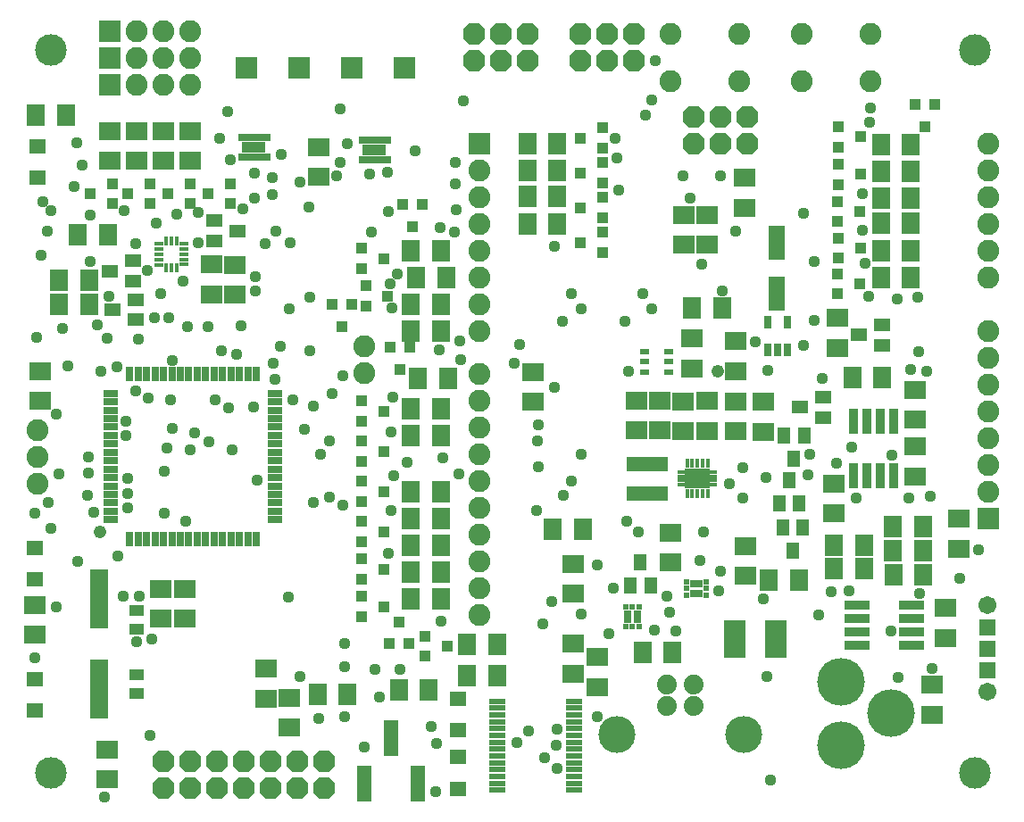
<source format=gts>
G75*
%MOIN*%
%OFA0B0*%
%FSLAX24Y24*%
%IPPOS*%
%LPD*%
%AMOC8*
5,1,8,0,0,1.08239X$1,22.5*
%
%ADD10C,0.1780*%
%ADD11R,0.0671X0.2245*%
%ADD12R,0.0552X0.0395*%
%ADD13R,0.0820X0.0820*%
%ADD14C,0.0820*%
%ADD15R,0.0395X0.0434*%
%ADD16R,0.0434X0.0395*%
%ADD17R,0.0631X0.0474*%
%ADD18C,0.1182*%
%ADD19R,0.0710X0.0790*%
%ADD20R,0.0320X0.0950*%
%ADD21R,0.0631X0.1261*%
%ADD22R,0.0950X0.0320*%
%ADD23OC8,0.0820*%
%ADD24R,0.0790X0.0710*%
%ADD25R,0.0631X0.0552*%
%ADD26R,0.0550X0.0300*%
%ADD27R,0.0300X0.0550*%
%ADD28R,0.0474X0.0631*%
%ADD29R,0.0595X0.0595*%
%ADD30C,0.0671*%
%ADD31R,0.0848X0.0848*%
%ADD32R,0.0630X0.0217*%
%ADD33R,0.0190X0.0277*%
%ADD34R,0.0867X0.0434*%
%ADD35R,0.0356X0.0237*%
%ADD36R,0.0316X0.0493*%
%ADD37R,0.0344X0.0178*%
%ADD38R,0.0178X0.0344*%
%ADD39R,0.0789X0.0710*%
%ADD40C,0.0740*%
%ADD41C,0.1380*%
%ADD42R,0.0550X0.1380*%
%ADD43R,0.1537X0.0552*%
%ADD44R,0.0178X0.0356*%
%ADD45R,0.0356X0.0178*%
%ADD46R,0.0930X0.0749*%
%ADD47R,0.0198X0.0218*%
%ADD48R,0.0316X0.0454*%
%ADD49R,0.0218X0.0198*%
%ADD50R,0.0454X0.0316*%
%ADD51R,0.0828X0.1419*%
%ADD52C,0.0437*%
%ADD53C,0.0476*%
D10*
X031317Y003593D03*
X033167Y004774D03*
X031317Y005955D03*
D11*
X003617Y005668D03*
X003617Y009054D03*
D12*
X005017Y008616D03*
X005017Y007907D03*
X005017Y006216D03*
X005017Y005507D03*
D13*
X017817Y026061D03*
X004017Y028261D03*
X004017Y029261D03*
X004017Y030261D03*
X036817Y012061D03*
D14*
X036817Y013061D03*
X036817Y014061D03*
X036817Y015061D03*
X036817Y016061D03*
X036817Y017061D03*
X036817Y018061D03*
X036817Y019061D03*
X036817Y021061D03*
X036817Y022061D03*
X036817Y023061D03*
X036817Y024061D03*
X036817Y025061D03*
X036817Y026061D03*
X032397Y028371D03*
X032397Y030151D03*
X029837Y030151D03*
X029837Y028371D03*
X027497Y028371D03*
X027497Y030151D03*
X024937Y030151D03*
X024937Y028371D03*
X017817Y025061D03*
X017817Y024061D03*
X017817Y023061D03*
X017817Y022061D03*
X017817Y021061D03*
X017817Y020061D03*
X017817Y019061D03*
X017817Y017461D03*
X017817Y016461D03*
X017817Y015461D03*
X017817Y014461D03*
X017817Y013461D03*
X017817Y012461D03*
X017817Y011461D03*
X017817Y010461D03*
X017817Y009461D03*
X017817Y008461D03*
X013517Y017481D03*
X013517Y018481D03*
X007017Y028261D03*
X007017Y029261D03*
X007017Y030261D03*
X006017Y030261D03*
X005017Y030261D03*
X005017Y029261D03*
X006017Y029261D03*
X006017Y028261D03*
X005017Y028261D03*
X001317Y015361D03*
X001317Y014361D03*
X001317Y013361D03*
D15*
X012303Y020045D03*
X013051Y020045D03*
X012677Y019218D03*
X014463Y018435D03*
X015211Y018435D03*
X014837Y017608D03*
X015317Y022958D03*
X015691Y023785D03*
X014943Y023785D03*
X014817Y008194D03*
X015191Y007368D03*
X014443Y007368D03*
X034447Y026688D03*
X034821Y027515D03*
X034073Y027515D03*
D16*
X032030Y026301D03*
X031203Y025927D03*
X031203Y025275D03*
X031203Y024527D03*
X031193Y023885D03*
X032020Y023511D03*
X031193Y023137D03*
X031203Y022515D03*
X031203Y021767D03*
X031193Y021185D03*
X031193Y020437D03*
X032020Y020811D03*
X032030Y022141D03*
X032030Y024901D03*
X031203Y026675D03*
X022410Y026635D03*
X022410Y025887D03*
X022410Y025335D03*
X022410Y024587D03*
X022410Y024035D03*
X022410Y023287D03*
X022410Y022735D03*
X022410Y021987D03*
X021584Y022361D03*
X021584Y023661D03*
X021584Y024961D03*
X021584Y026261D03*
X014250Y021761D03*
X013423Y021387D03*
X013563Y020735D03*
X014390Y020361D03*
X013563Y019987D03*
X013423Y022135D03*
X008510Y023807D03*
X007684Y024181D03*
X007010Y023807D03*
X006184Y024181D03*
X005510Y023807D03*
X004684Y024181D03*
X004110Y023807D03*
X003284Y024181D03*
X004110Y024555D03*
X005510Y024555D03*
X007010Y024555D03*
X008510Y024555D03*
X013423Y016435D03*
X013423Y015687D03*
X013423Y014935D03*
X014250Y014561D03*
X013423Y014187D03*
X013423Y013435D03*
X014250Y013061D03*
X013423Y012687D03*
X013423Y011935D03*
X013423Y011187D03*
X013423Y010535D03*
X014250Y010161D03*
X013423Y009787D03*
X013423Y009135D03*
X013423Y008387D03*
X014250Y008761D03*
X015783Y007655D03*
X016610Y007281D03*
X015783Y006907D03*
X014250Y011561D03*
X014250Y016061D03*
D17*
X007904Y022417D03*
X007904Y023165D03*
X008770Y022791D03*
X004970Y020225D03*
X004880Y020917D03*
X004014Y021291D03*
X004880Y021665D03*
X004104Y019851D03*
X004970Y019477D03*
X029774Y016201D03*
X030640Y015827D03*
X030640Y016575D03*
X032860Y018527D03*
X032860Y019275D03*
X031994Y018901D03*
D18*
X001817Y002561D03*
X001817Y029561D03*
X036317Y029561D03*
X036317Y002561D03*
D19*
X029747Y009761D03*
X028627Y009761D03*
X031057Y010171D03*
X031047Y011061D03*
X032167Y011061D03*
X032177Y010171D03*
X033267Y009941D03*
X033257Y010851D03*
X033257Y011751D03*
X034377Y011751D03*
X034377Y010851D03*
X034387Y009941D03*
X032857Y017321D03*
X031737Y017321D03*
X032807Y021041D03*
X033927Y021041D03*
X033917Y022061D03*
X032797Y022061D03*
X032807Y023081D03*
X033927Y023081D03*
X033927Y024021D03*
X032807Y024021D03*
X032807Y025001D03*
X033927Y025001D03*
X033927Y026021D03*
X032807Y026021D03*
X026867Y019911D03*
X025747Y019911D03*
X020727Y023061D03*
X020727Y024071D03*
X020727Y025061D03*
X019607Y025061D03*
X019607Y024071D03*
X019607Y023061D03*
X016567Y021061D03*
X016377Y020061D03*
X015257Y020061D03*
X015257Y019061D03*
X016377Y019061D03*
X016637Y017271D03*
X015517Y017271D03*
X015257Y016161D03*
X016377Y016161D03*
X016377Y015131D03*
X015257Y015131D03*
X015257Y013061D03*
X016377Y013061D03*
X016377Y012061D03*
X015257Y012061D03*
X015257Y011061D03*
X016377Y011061D03*
X016377Y010061D03*
X015257Y010061D03*
X015257Y009061D03*
X016377Y009061D03*
X017357Y007361D03*
X018477Y007361D03*
X018477Y006171D03*
X017357Y006171D03*
X015927Y005631D03*
X014807Y005631D03*
X012887Y005481D03*
X011767Y005481D03*
X020557Y011651D03*
X021677Y011651D03*
X023897Y007041D03*
X025017Y007041D03*
X015447Y021061D03*
X015257Y022061D03*
X016377Y022061D03*
X019607Y026061D03*
X020727Y026061D03*
X003937Y022631D03*
X002817Y022631D03*
X003247Y020951D03*
X003247Y020061D03*
X002127Y020061D03*
X002127Y020951D03*
X002377Y027121D03*
X001257Y027121D03*
D20*
X031767Y015691D03*
X032267Y015691D03*
X032767Y015691D03*
X033267Y015691D03*
X033267Y013631D03*
X032767Y013631D03*
X032267Y013631D03*
X031767Y013631D03*
D21*
X028897Y020456D03*
X028897Y022346D03*
D22*
X031897Y008801D03*
X031897Y008301D03*
X031897Y007801D03*
X031897Y007301D03*
X033957Y007301D03*
X033957Y007801D03*
X033957Y008301D03*
X033957Y008801D03*
D23*
X027817Y026061D03*
X026817Y026061D03*
X026817Y027061D03*
X027817Y027061D03*
X025817Y027061D03*
X025817Y026061D03*
X023587Y029161D03*
X022587Y029161D03*
X021587Y029161D03*
X021587Y030161D03*
X022587Y030161D03*
X023587Y030161D03*
X019617Y030161D03*
X018617Y030161D03*
X017617Y030161D03*
X017617Y029161D03*
X018617Y029161D03*
X019617Y029161D03*
X012017Y002981D03*
X012017Y001981D03*
X011017Y001981D03*
X010017Y001981D03*
X010017Y002981D03*
X011017Y002981D03*
X009017Y002981D03*
X008017Y002981D03*
X008017Y001981D03*
X009017Y001981D03*
X007017Y001981D03*
X007017Y002981D03*
X006017Y002981D03*
X006017Y001981D03*
D24*
X003917Y002301D03*
X003917Y003421D03*
X001217Y007701D03*
X001217Y008821D03*
X005917Y008301D03*
X006797Y008301D03*
X006797Y009421D03*
X005917Y009421D03*
X009837Y006431D03*
X009837Y005311D03*
X010727Y005351D03*
X010727Y004231D03*
X021297Y006261D03*
X021297Y007381D03*
X021327Y009241D03*
X021327Y010361D03*
X023667Y015331D03*
X023667Y016451D03*
X026307Y016431D03*
X026307Y015311D03*
X028397Y015291D03*
X028397Y016411D03*
X027387Y017551D03*
X027387Y018671D03*
X031187Y018411D03*
X031187Y019531D03*
X034067Y016861D03*
X034067Y015741D03*
X034077Y014731D03*
X034077Y013611D03*
X035707Y012041D03*
X035707Y010921D03*
X035227Y008711D03*
X035227Y007591D03*
X034727Y005831D03*
X034727Y004711D03*
X027737Y009901D03*
X027737Y011021D03*
X031037Y012231D03*
X031037Y013351D03*
X027727Y023661D03*
X027727Y024781D03*
X007807Y021531D03*
X007807Y020411D03*
X007017Y025401D03*
X006017Y025401D03*
X005017Y025401D03*
X004017Y025401D03*
X004017Y026521D03*
X005017Y026521D03*
X006017Y026521D03*
X007017Y026521D03*
X001407Y017561D03*
X001407Y016441D03*
D25*
X001217Y010952D03*
X001217Y009771D03*
X001217Y006052D03*
X001217Y004871D03*
X017027Y005312D03*
X017027Y004131D03*
X017027Y003142D03*
X017027Y001961D03*
X001307Y024771D03*
X001307Y025952D03*
D26*
X004046Y016723D03*
X004046Y016409D03*
X004046Y016094D03*
X004046Y015779D03*
X004046Y015464D03*
X004046Y015149D03*
X004046Y014834D03*
X004046Y014519D03*
X004046Y014204D03*
X004046Y013889D03*
X004046Y013574D03*
X004046Y013259D03*
X004046Y012944D03*
X004046Y012629D03*
X004046Y012314D03*
X004046Y011999D03*
X010188Y011999D03*
X010188Y012314D03*
X010188Y012629D03*
X010188Y012944D03*
X010188Y013259D03*
X010188Y013574D03*
X010188Y013889D03*
X010188Y014204D03*
X010188Y014519D03*
X010188Y014834D03*
X010188Y015149D03*
X010188Y015464D03*
X010188Y015779D03*
X010188Y016094D03*
X010188Y016409D03*
X010188Y016723D03*
D27*
X009479Y017432D03*
X009164Y017432D03*
X008849Y017432D03*
X008534Y017432D03*
X008219Y017432D03*
X007904Y017432D03*
X007589Y017432D03*
X007274Y017432D03*
X006959Y017432D03*
X006644Y017432D03*
X006329Y017432D03*
X006014Y017432D03*
X005699Y017432D03*
X005384Y017432D03*
X005069Y017432D03*
X004754Y017432D03*
X004754Y011290D03*
X005069Y011290D03*
X005384Y011290D03*
X005699Y011290D03*
X006014Y011290D03*
X006329Y011290D03*
X006644Y011290D03*
X006959Y011290D03*
X007274Y011290D03*
X007589Y011290D03*
X007904Y011290D03*
X008219Y011290D03*
X008534Y011290D03*
X008849Y011290D03*
X009164Y011290D03*
X009479Y011290D03*
D28*
X023453Y009558D03*
X024201Y009558D03*
X023827Y010424D03*
X029133Y011714D03*
X029881Y011714D03*
X029507Y010848D03*
X029751Y012618D03*
X029003Y012618D03*
X029377Y013484D03*
X029557Y014268D03*
X029931Y015134D03*
X029183Y015134D03*
D29*
X036767Y007969D03*
X036767Y007181D03*
X036767Y006394D03*
D30*
X036782Y005567D03*
X036782Y008795D03*
D31*
X015025Y028891D03*
X013057Y028891D03*
X011085Y028891D03*
X009117Y028891D03*
D32*
X018477Y005225D03*
X018477Y004969D03*
X018477Y004713D03*
X018477Y004457D03*
X018477Y004201D03*
X018477Y003945D03*
X018477Y003689D03*
X018477Y003433D03*
X018477Y003177D03*
X018477Y002921D03*
X018477Y002666D03*
X018477Y002410D03*
X018477Y002154D03*
X018477Y001898D03*
X021356Y001898D03*
X021356Y002154D03*
X021356Y002410D03*
X021356Y002666D03*
X021356Y002921D03*
X021356Y003177D03*
X021356Y003433D03*
X021356Y003689D03*
X021356Y003945D03*
X021356Y004201D03*
X021356Y004457D03*
X021356Y004713D03*
X021356Y004969D03*
X021356Y005225D03*
D33*
X014398Y025439D03*
X014201Y025439D03*
X014004Y025439D03*
X013807Y025439D03*
X013610Y025439D03*
X013414Y025439D03*
X013414Y026187D03*
X013610Y026187D03*
X013807Y026187D03*
X014004Y026187D03*
X014201Y026187D03*
X014398Y026187D03*
X009898Y026287D03*
X009701Y026287D03*
X009504Y026287D03*
X009307Y026287D03*
X009110Y026287D03*
X008914Y026287D03*
X008914Y025539D03*
X009110Y025539D03*
X009307Y025539D03*
X009504Y025539D03*
X009701Y025539D03*
X009898Y025539D03*
D34*
X009394Y025913D03*
X013894Y025813D03*
D35*
X023973Y018275D03*
X023973Y017901D03*
X023973Y017527D03*
X024874Y017527D03*
X024874Y017901D03*
X024874Y018275D03*
D36*
X028565Y018330D03*
X028939Y018330D03*
X029313Y018330D03*
X029309Y019393D03*
X028565Y019393D03*
D37*
X006777Y021531D03*
X006777Y021728D03*
X006777Y021925D03*
X006777Y022122D03*
X006777Y022319D03*
X005856Y022315D03*
X005856Y022118D03*
X005856Y021921D03*
X005856Y021724D03*
X005856Y021528D03*
D38*
X006120Y021425D03*
X006317Y021425D03*
X006514Y021425D03*
X006514Y022417D03*
X006317Y022417D03*
X006120Y022417D03*
D39*
X008667Y021502D03*
X008667Y020400D03*
X011817Y024810D03*
X011817Y025912D03*
X019817Y017512D03*
X019817Y016410D03*
X024547Y016432D03*
X025417Y016422D03*
X025417Y015320D03*
X024547Y015330D03*
X025757Y017660D03*
X025757Y018762D03*
X027387Y016412D03*
X027387Y015310D03*
X024947Y011502D03*
X024947Y010400D03*
X022197Y006862D03*
X022197Y005760D03*
X025457Y022290D03*
X026317Y022280D03*
X026317Y023382D03*
X025457Y023392D03*
D40*
X025809Y005841D03*
X024825Y005841D03*
X024825Y005061D03*
X025809Y005061D03*
D41*
X027687Y003991D03*
X022947Y003991D03*
D42*
X015497Y002151D03*
X013497Y002151D03*
X014497Y003851D03*
D43*
X024077Y012980D03*
X024077Y014082D03*
D44*
X025563Y014108D03*
X025760Y014108D03*
X025957Y014108D03*
X026154Y014108D03*
X026350Y014108D03*
X026350Y012978D03*
X026154Y012974D03*
X025957Y012974D03*
X025760Y012974D03*
X025563Y012974D03*
D45*
X025394Y013305D03*
X025394Y013463D03*
X025394Y013620D03*
X025394Y013777D03*
X026520Y013777D03*
X026520Y013620D03*
X026520Y013463D03*
X026520Y013305D03*
D46*
X025957Y013541D03*
D47*
X023783Y008742D03*
X023527Y008742D03*
X023271Y008742D03*
X023271Y008021D03*
X023527Y008021D03*
X023783Y008021D03*
D48*
X023708Y008383D03*
X023342Y008383D03*
D49*
X025556Y009175D03*
X025556Y009431D03*
X025556Y009687D03*
X026277Y009687D03*
X026277Y009431D03*
X026277Y009175D03*
D50*
X025915Y009246D03*
X025915Y009612D03*
D51*
X027359Y007551D03*
X028894Y007551D03*
D52*
X028547Y006131D03*
X030467Y008461D03*
X030947Y009301D03*
X031597Y009351D03*
X033187Y007841D03*
X034727Y006431D03*
X033447Y006101D03*
X034247Y009231D03*
X035737Y009811D03*
X036457Y010871D03*
X034657Y012871D03*
X033857Y012821D03*
X033197Y014411D03*
X031727Y014701D03*
X031157Y014101D03*
X030137Y014431D03*
X030067Y013681D03*
X028497Y013581D03*
X027647Y013961D03*
X027147Y013361D03*
X027657Y012801D03*
X026167Y011531D03*
X026047Y010491D03*
X026797Y010081D03*
X026747Y009351D03*
X028417Y009041D03*
X025147Y007831D03*
X024897Y008541D03*
X024807Y009161D03*
X024337Y007891D03*
X022637Y007731D03*
X021607Y008481D03*
X020517Y008961D03*
X020167Y008121D03*
X022817Y009431D03*
X022207Y010301D03*
X023757Y011531D03*
X023317Y011961D03*
X021247Y013461D03*
X020937Y012921D03*
X019947Y012331D03*
X019997Y013971D03*
X019967Y014961D03*
X020007Y015541D03*
X021617Y014461D03*
X020617Y016961D03*
X019117Y017861D03*
X019317Y018561D03*
X020927Y019421D03*
X021617Y019891D03*
X021247Y020431D03*
X020617Y022211D03*
X023027Y024321D03*
X022957Y025511D03*
X022887Y026261D03*
X024007Y027121D03*
X024237Y027681D03*
X024367Y029131D03*
X025397Y024831D03*
X025667Y024021D03*
X026797Y024861D03*
X027377Y022791D03*
X026107Y021561D03*
X026877Y020551D03*
X028127Y018641D03*
X028577Y017571D03*
X029907Y018511D03*
X030307Y019461D03*
X032337Y020331D03*
X033417Y020251D03*
X034167Y020311D03*
X032227Y021581D03*
X032117Y022821D03*
X032117Y024171D03*
X029897Y023461D03*
X030297Y021651D03*
X034197Y018281D03*
X033927Y017611D03*
X034527Y017561D03*
X030617Y017271D03*
X031867Y012811D03*
X023387Y017541D03*
X023237Y019421D03*
X024247Y019891D03*
X023897Y020431D03*
X017067Y018671D03*
X017117Y017991D03*
X016327Y018331D03*
X014557Y019901D03*
X014477Y020801D03*
X014747Y021181D03*
X013767Y022731D03*
X014417Y023511D03*
X014387Y024991D03*
X013697Y024911D03*
X012617Y025361D03*
X012467Y024851D03*
X011117Y024611D03*
X011437Y023681D03*
X010087Y024131D03*
X010087Y024771D03*
X009417Y024961D03*
X008517Y025461D03*
X008097Y026261D03*
X008417Y027261D03*
X010417Y025661D03*
X009397Y024001D03*
X008967Y023621D03*
X010227Y022771D03*
X009817Y022321D03*
X010747Y022331D03*
X009437Y021081D03*
X009447Y020531D03*
X008917Y019251D03*
X008757Y018171D03*
X008167Y018301D03*
X007677Y019221D03*
X006917Y019221D03*
X006217Y019541D03*
X005667Y019561D03*
X005087Y018761D03*
X003927Y018771D03*
X003547Y019281D03*
X003987Y020361D03*
X003267Y021641D03*
X001667Y022771D03*
X001817Y023541D03*
X001517Y023891D03*
X002667Y024461D03*
X002987Y025261D03*
X002787Y026091D03*
X004547Y023531D03*
X003277Y023381D03*
X004987Y022321D03*
X005757Y023081D03*
X006507Y023411D03*
X007327Y023471D03*
X007307Y022331D03*
X006757Y020911D03*
X005907Y020461D03*
X005407Y021301D03*
X002247Y019161D03*
X001267Y018821D03*
X002457Y017751D03*
X003667Y017551D03*
X004287Y017701D03*
X004977Y016821D03*
X005447Y016561D03*
X006287Y016481D03*
X006337Y015411D03*
X006147Y014681D03*
X007027Y014621D03*
X007177Y015261D03*
X007727Y014901D03*
X008587Y014611D03*
X009527Y013491D03*
X011627Y012651D03*
X012207Y012851D03*
X012697Y012541D03*
X014517Y012361D03*
X014617Y013661D03*
X015117Y014161D03*
X014507Y015281D03*
X014567Y016581D03*
X012697Y017391D03*
X012327Y016721D03*
X011607Y016231D03*
X010857Y016491D03*
X010177Y017241D03*
X010107Y017841D03*
X010387Y018491D03*
X011477Y018301D03*
X010717Y019871D03*
X011477Y020311D03*
X009367Y016211D03*
X008437Y016171D03*
X007937Y016471D03*
X006357Y017961D03*
X004627Y015671D03*
X004607Y015151D03*
X003217Y014361D03*
X003227Y013741D03*
X003167Y012921D03*
X003407Y012271D03*
X004677Y012441D03*
X004667Y012971D03*
X004687Y013561D03*
X006037Y013821D03*
X006037Y012251D03*
X006837Y011941D03*
X004317Y010661D03*
X002817Y010441D03*
X001817Y011691D03*
X001217Y012261D03*
X001717Y012661D03*
X002117Y013701D03*
X002017Y015961D03*
X001437Y021881D03*
X011287Y015371D03*
X012217Y014961D03*
X011887Y014441D03*
X014417Y010761D03*
X016367Y008221D03*
X014847Y006411D03*
X013917Y006421D03*
X012777Y006511D03*
X012777Y007391D03*
X011117Y006161D03*
X011797Y004571D03*
X012777Y004641D03*
X013527Y003521D03*
X014077Y005381D03*
X016007Y004281D03*
X016207Y003661D03*
X016177Y001851D03*
X019197Y003691D03*
X019647Y004111D03*
X020727Y004181D03*
X020687Y003591D03*
X020247Y003121D03*
X020717Y002701D03*
X022217Y004661D03*
X028667Y002281D03*
X017047Y013701D03*
X016447Y014311D03*
X010687Y009101D03*
X005587Y007551D03*
X005017Y007441D03*
X005117Y009161D03*
X004517Y009161D03*
X002017Y008761D03*
X001217Y006861D03*
X005517Y003961D03*
X003817Y001661D03*
X016867Y022761D03*
X016347Y022911D03*
X016947Y023581D03*
X016917Y024561D03*
X016927Y025361D03*
X015407Y025791D03*
X017217Y027661D03*
X012617Y027361D03*
X012867Y026061D03*
X032377Y026851D03*
X032417Y027391D03*
D53*
X026697Y017561D03*
X003647Y011551D03*
M02*

</source>
